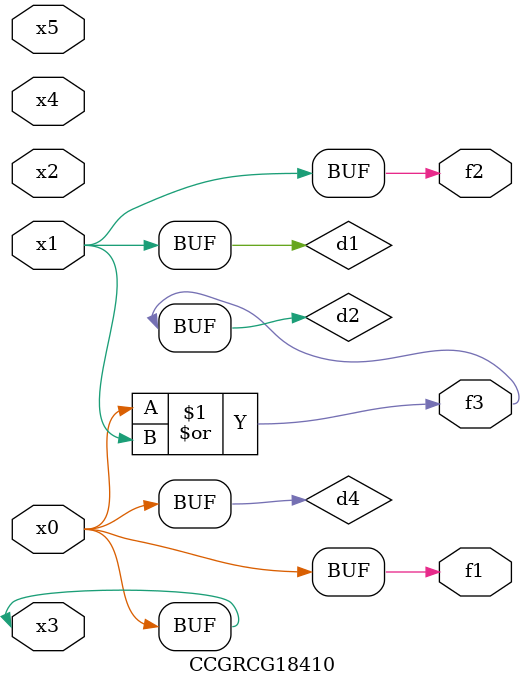
<source format=v>
module CCGRCG18410(
	input x0, x1, x2, x3, x4, x5,
	output f1, f2, f3
);

	wire d1, d2, d3, d4;

	and (d1, x1);
	or (d2, x0, x1);
	nand (d3, x0, x5);
	buf (d4, x0, x3);
	assign f1 = d4;
	assign f2 = d1;
	assign f3 = d2;
endmodule

</source>
